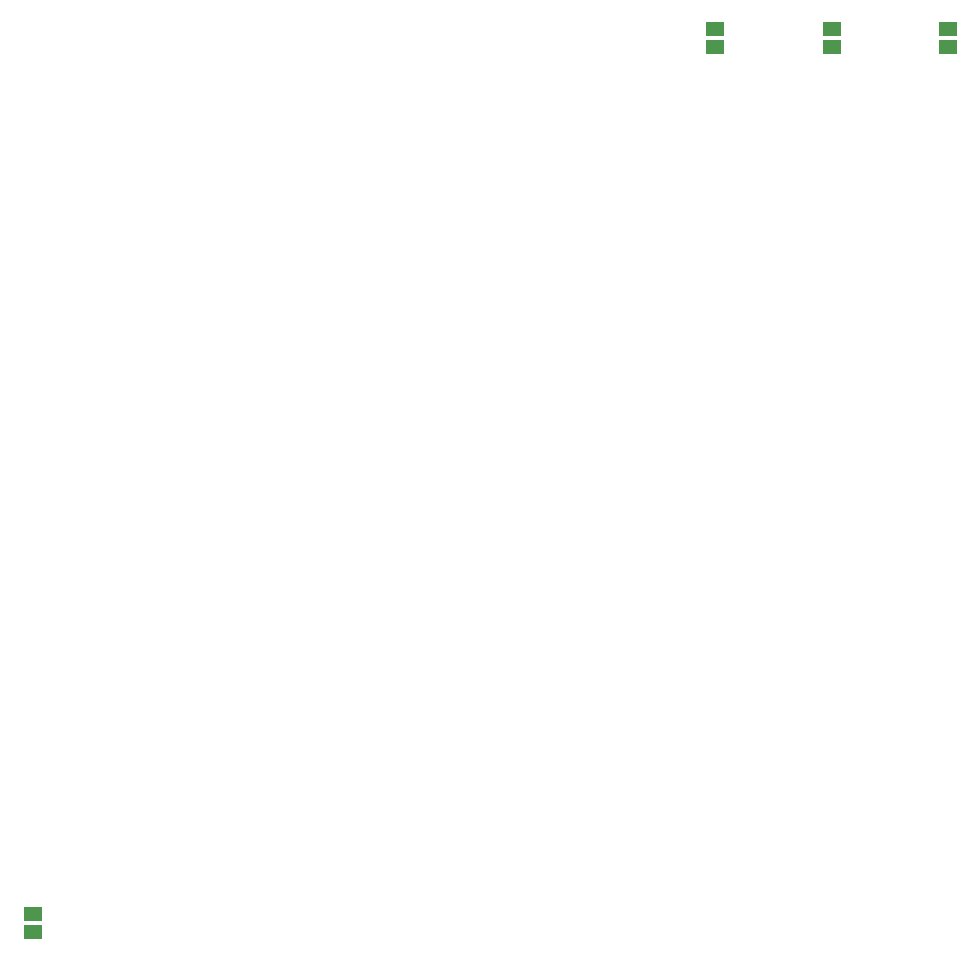
<source format=gbr>
G04 EAGLE Gerber RS-274X export*
G75*
%MOMM*%
%FSLAX34Y34*%
%LPD*%
%INSolderpaste Bottom*%
%IPPOS*%
%AMOC8*
5,1,8,0,0,1.08239X$1,22.5*%
G01*
%ADD10R,1.600200X1.168400*%


D10*
X1590675Y1097280D03*
X1590675Y1112520D03*
X1492250Y1097280D03*
X1492250Y1112520D03*
X1689100Y1097280D03*
X1689100Y1112520D03*
X914400Y347980D03*
X914400Y363220D03*
M02*

</source>
